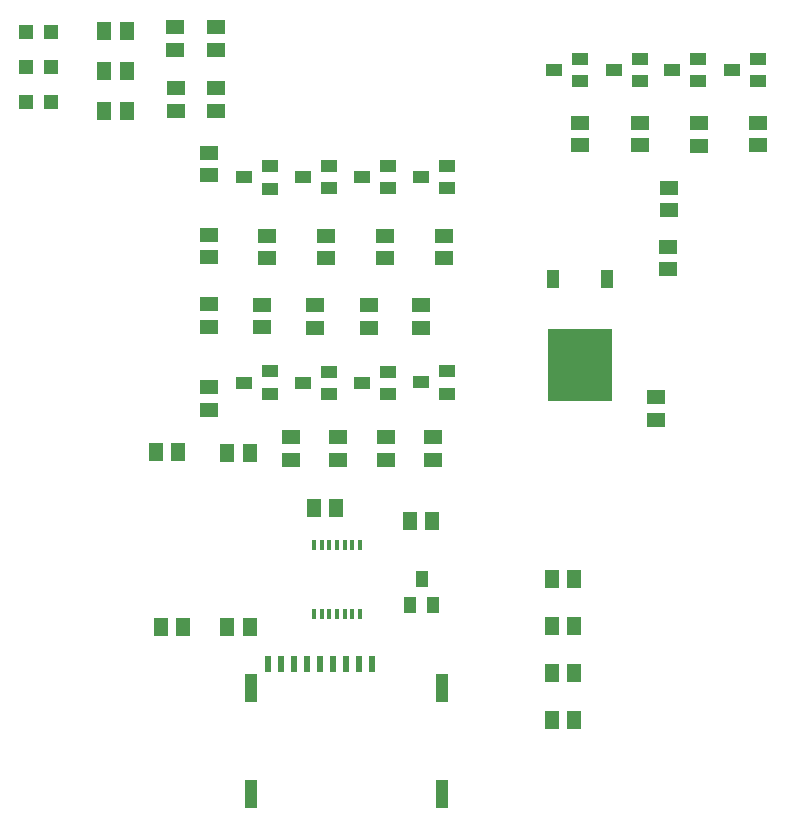
<source format=gbr>
G04 EAGLE Gerber RS-274X export*
G75*
%MOMM*%
%FSLAX34Y34*%
%LPD*%
%INSolderpaste Top*%
%IPPOS*%
%AMOC8*
5,1,8,0,0,1.08239X$1,22.5*%
G01*
%ADD10R,1.500000X1.300000*%
%ADD11R,1.400000X1.000000*%
%ADD12R,5.400000X6.200000*%
%ADD13R,1.000000X1.600000*%
%ADD14R,1.300000X1.500000*%
%ADD15R,1.000000X1.400000*%
%ADD16R,1.200000X1.200000*%
%ADD17R,0.620000X1.400000*%
%ADD18R,1.100000X2.400000*%
%ADD19R,0.350000X0.900000*%


D10*
X230190Y423400D03*
X230190Y442400D03*
X230500Y352900D03*
X230500Y371900D03*
X230500Y482400D03*
X230500Y501400D03*
X230500Y551600D03*
X230500Y570600D03*
D11*
X259830Y549820D03*
X281830Y559320D03*
X281830Y540320D03*
X259890Y375970D03*
X281890Y385470D03*
X281890Y366470D03*
D10*
X279310Y481520D03*
X279310Y500520D03*
D11*
X309890Y549920D03*
X331890Y559420D03*
X331890Y540420D03*
D10*
X329200Y481560D03*
X329200Y500560D03*
D11*
X359910Y549920D03*
X381910Y559420D03*
X381910Y540420D03*
D10*
X379210Y481530D03*
X379210Y500530D03*
X299990Y310670D03*
X299990Y329670D03*
X594990Y576960D03*
X594990Y595960D03*
X275310Y442060D03*
X275310Y423060D03*
D11*
X572990Y640760D03*
X594990Y650260D03*
X594990Y631260D03*
X360130Y375770D03*
X382130Y385270D03*
X382130Y366270D03*
D10*
X380130Y310740D03*
X380130Y329740D03*
X694870Y576870D03*
X694870Y595870D03*
X365710Y441330D03*
X365710Y422330D03*
D11*
X672870Y640820D03*
X694870Y650320D03*
X694870Y631320D03*
X309950Y375900D03*
X331950Y385400D03*
X331950Y366400D03*
D10*
X340080Y310670D03*
X340080Y329670D03*
X644920Y576760D03*
X644920Y595760D03*
X320120Y441570D03*
X320120Y422570D03*
D11*
X622840Y640820D03*
X644840Y650320D03*
X644840Y631320D03*
D10*
X202080Y657680D03*
X202080Y676680D03*
X236200Y657800D03*
X236200Y676800D03*
X202270Y606080D03*
X202270Y625080D03*
D12*
X544880Y390840D03*
D13*
X567680Y463840D03*
X522080Y463840D03*
D10*
X619750Y541020D03*
X619750Y522020D03*
X619490Y491150D03*
X619490Y472150D03*
D14*
X419700Y258910D03*
X400700Y258910D03*
D15*
X410390Y210080D03*
X419890Y188080D03*
X400890Y188080D03*
D14*
X189500Y169000D03*
X208500Y169000D03*
X185500Y317000D03*
X204500Y317000D03*
X246100Y316530D03*
X265100Y316530D03*
X246040Y169380D03*
X265040Y169380D03*
X141660Y673640D03*
X160660Y673640D03*
X141900Y639430D03*
X160900Y639430D03*
X141630Y605620D03*
X160630Y605620D03*
D16*
X96350Y613180D03*
X75350Y613180D03*
X96350Y673180D03*
X75350Y673180D03*
X96350Y643180D03*
X75350Y643180D03*
D10*
X236220Y606230D03*
X236220Y625230D03*
D11*
X409920Y549900D03*
X431920Y559400D03*
X431920Y540400D03*
X410300Y376160D03*
X432300Y385660D03*
X432300Y366660D03*
D10*
X429510Y481200D03*
X429510Y500200D03*
X419950Y310710D03*
X419950Y329710D03*
X544950Y576920D03*
X544950Y595920D03*
X410100Y441560D03*
X410100Y422560D03*
D11*
X522890Y640740D03*
X544890Y650240D03*
X544890Y631240D03*
D10*
X608730Y363680D03*
X608730Y344680D03*
D17*
X368130Y137620D03*
X357130Y137620D03*
X346130Y137620D03*
X335130Y137620D03*
X324130Y137620D03*
X313130Y137620D03*
X302130Y137620D03*
X291130Y137620D03*
X280130Y137620D03*
D18*
X266330Y27620D03*
X266330Y117620D03*
X427830Y117620D03*
X427830Y27620D03*
D14*
X319390Y270180D03*
X338390Y270180D03*
D19*
X319450Y179780D03*
X325950Y179780D03*
X332450Y179780D03*
X338950Y179780D03*
X345450Y179780D03*
X351950Y179780D03*
X358450Y179780D03*
X358450Y238280D03*
X351950Y238280D03*
X345450Y238280D03*
X338950Y238280D03*
X332450Y238280D03*
X325950Y238280D03*
X319450Y238280D03*
D14*
X520500Y210000D03*
X539500Y210000D03*
X520500Y170000D03*
X539500Y170000D03*
X520500Y130000D03*
X539500Y130000D03*
X520500Y90000D03*
X539500Y90000D03*
M02*

</source>
